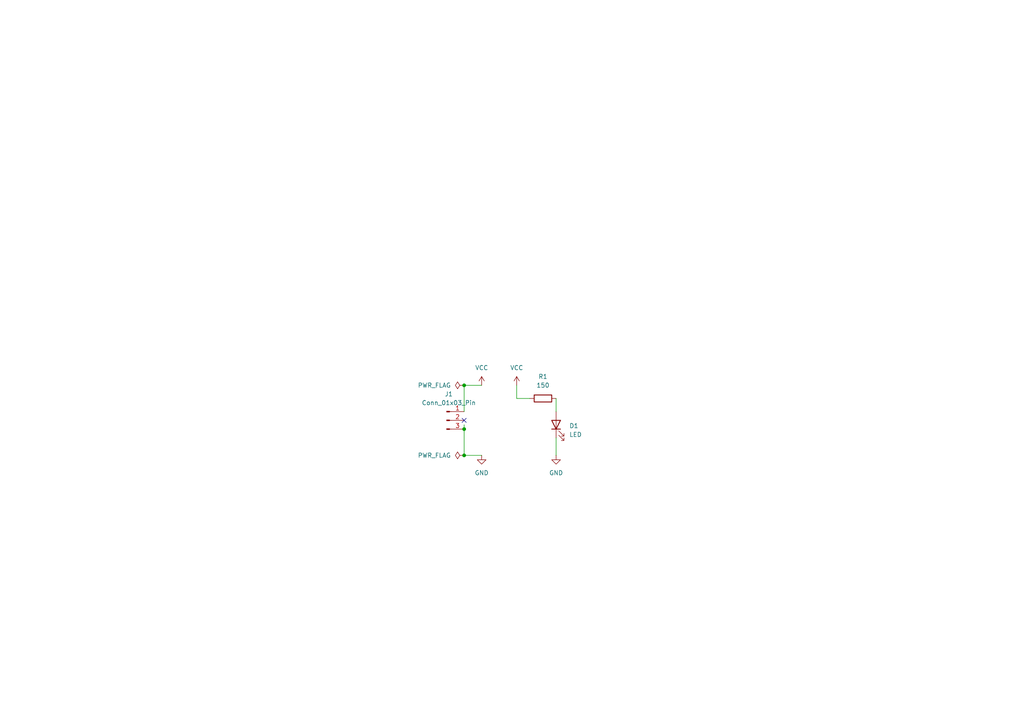
<source format=kicad_sch>
(kicad_sch (version 20231120) (generator "eeschema") (generator_version "8.0")
  (paper "A4")
  (lib_symbols
    (symbol "Connector:Conn_01x03_Pin" (pin_names (offset 1.016) hide)
      (property "Reference" "J" (at 0 5.08 0))
      (property "Value" "Conn_01x03_Pin" (at 0 -5.08 0))
      (symbol "Conn_01x03_Pin_1_1"
        (polyline (pts (xy 1.27 -2.54) (xy 0.8636 -2.54)) (stroke (width 0.1524)))
        (polyline (pts (xy 1.27 0) (xy 0.8636 0)) (stroke (width 0.1524)))
        (polyline (pts (xy 1.27 2.54) (xy 0.8636 2.54)) (stroke (width 0.1524)))
        (rectangle (start 0.8636 -2.413) (end 0 -2.667) (stroke (width 0.1524)) (fill (type outline)))
        (rectangle (start 0.8636 0.127) (end 0 -0.127) (stroke (width 0.1524)) (fill (type outline)))
        (rectangle (start 0.8636 2.667) (end 0 2.413) (stroke (width 0.1524)) (fill (type outline)))
        (pin passive line (at 5.08 2.54 180) (length 3.81) (name "Pin_1") (number "1"))
        (pin passive line (at 5.08 0 180) (length 3.81) (name "Pin_2") (number "2"))
        (pin passive line (at 5.08 -2.54 180) (length 3.81) (name "Pin_3") (number "3"))
      )
    )
    (symbol "Device:LED" (pin_numbers hide) (pin_names (offset 1.016) hide)
      (property "Reference" "D" (at 0 2.54 0))
      (property "Value" "LED" (at 0 -2.54 0))
      (symbol "LED_0_1"
        (polyline (pts (xy -1.27 -1.27) (xy -1.27 1.27)) (stroke (width 0.254)))
        (polyline (pts (xy -1.27 0) (xy 1.27 0)))
        (polyline (pts (xy 1.27 -1.27) (xy 1.27 1.27) (xy -1.27 0) (xy 1.27 -1.27)) (stroke (width 0.254)))
        (polyline (pts (xy -3.048 -0.762) (xy -4.572 -2.286) (xy -3.81 -2.286) (xy -4.572 -2.286) (xy -4.572 -1.524)))
        (polyline (pts (xy -1.778 -0.762) (xy -3.302 -2.286) (xy -2.54 -2.286) (xy -3.302 -2.286) (xy -3.302 -1.524)))
      )
      (symbol "LED_1_1"
        (pin passive line (at -3.81 0 0) (length 2.54) (name "K") (number "1"))
        (pin passive line (at 3.81 0 180) (length 2.54) (name "A") (number "2"))
      )
    )
    (symbol "Device:R" (pin_numbers hide) (pin_names (offset 0))
      (property "Reference" "R" (at 2.032 0 90))
      (property "Value" "R" (at 0 0 90))
      (symbol "R_0_1"
        (rectangle (start -1.016 -2.54) (end 1.016 2.54) (stroke (width 0.254)))
      )
      (symbol "R_1_1"
        (pin passive line (at 0 3.81 270) (length 1.27) (name "~") (number "1"))
        (pin passive line (at 0 -3.81 90) (length 1.27) (name "~") (number "2"))
      )
    )
    (symbol "power:GND" (power) (pin_numbers hide) (pin_names (offset 0) hide)
      (property "Value" "GND" (at 0 -3.81 0))
      (symbol "GND_0_1"
        (polyline (pts (xy 0 0) (xy 0 -1.27) (xy 1.27 -1.27) (xy 0 -2.54) (xy -1.27 -1.27) (xy 0 -1.27)))
      )
      (symbol "GND_1_1"
        (pin power_in line (at 0 0 270) (length 0) (name "~") (number "1"))
      )
    )
    (symbol "power:PWR_FLAG" (power) (pin_numbers hide) (pin_names (offset 0) hide)
      (property "Value" "PWR_FLAG" (at 0 3.81 0))
      (symbol "PWR_FLAG_0_0"
        (pin power_out line (at 0 0 90) (length 0) (name "~") (number "1"))
      )
      (symbol "PWR_FLAG_0_1"
        (polyline (pts (xy 0 0) (xy 0 1.27) (xy -1.016 1.905) (xy 0 2.54) (xy 1.016 1.905) (xy 0 1.27)))
      )
    )
    (symbol "power:VCC" (power) (pin_numbers hide) (pin_names (offset 0) hide)
      (property "Value" "VCC" (at 0 3.556 0))
      (symbol "VCC_0_1"
        (polyline (pts (xy -0.762 1.27) (xy 0 2.54)))
        (polyline (pts (xy 0 0) (xy 0 2.54)))
        (polyline (pts (xy 0 2.54) (xy 0.762 1.27)))
      )
      (symbol "VCC_1_1"
        (pin power_in line (at 0 0 90) (length 0) (name "~") (number "1"))
      )
    )
  )
  (junction (at 134.62 124.46))
  (junction (at 134.62 111.76))
  (junction (at 134.62 132.08))
  (no_connect (at 134.62 121.92))
  (wire (pts (xy 161.29 127) (xy 161.29 132.08)))
  (wire (pts (xy 134.62 124.46) (xy 134.62 132.08)))
  (wire (pts (xy 149.86 111.76) (xy 149.86 115.57)))
  (wire (pts (xy 134.62 123.19) (xy 134.62 124.46)))
  (wire (pts (xy 161.29 115.57) (xy 161.29 119.38)))
  (wire (pts (xy 134.62 111.76) (xy 139.7 111.76)))
  (wire (pts (xy 149.86 115.57) (xy 153.67 115.57)))
  (wire (pts (xy 134.62 111.76) (xy 134.62 119.38)))
  (wire (pts (xy 134.62 132.08) (xy 139.7 132.08)))
  (symbol (lib_id "Device:R") (at 157.48 115.57 90) (unit 1)
    (property "Reference" "R1" (at 157.48 109.22 90))
    (property "Value" "150" (at 157.48 111.76 90))
    (property "Footprint" "Resistor_THT:R_Axial_DIN0207_L6.3mm_D2.5mm_P7.62mm_Horizontal" (effects (hide yes)))
    (property "Description" "Resistor" (effects (hide yes)))
  )
  (symbol (lib_id "power:PWR_FLAG") (at 134.62 111.76 90) (unit 1)
    (property "Reference" "#FLG01" (effects (hide yes)))
    (property "Value" "PWR_FLAG" (at 130.81 111.7599 90) (effects (justify left)))
    (property "Description" "Special symbol for telling ERC where power comes from" (effects (hide yes)))
  )
  (symbol (lib_id "power:VCC") (at 139.7 111.76 0) (unit 1)
    (property "Reference" "#PWR01" (effects (hide yes)))
    (property "Value" "VCC" (at 139.7 106.68 0))
    (property "Description" "Power symbol creates a global label with name \"VCC\"" (effects (hide yes)))
  )
  (symbol (lib_id "power:GND") (at 161.29 132.08 0) (unit 1)
    (property "Reference" "#PWR04" (effects (hide yes)))
    (property "Value" "GND" (at 161.29 137.16 0))
    (property "Description" "Power symbol creates a global label with name \"GND\" , ground" (effects (hide yes)))
  )
  (symbol (lib_id "Device:LED") (at 161.29 123.19 90) (unit 1)
    (property "Reference" "D1" (at 165.1 123.5074 90) (effects (justify right)))
    (property "Value" "LED" (at 165.1 126.0474 90) (effects (justify right)))
    (property "Footprint" "LED_THT:LED_D5.0mm" (effects (hide yes)))
    (property "Description" "Light emitting diode" (effects (hide yes)))
  )
  (symbol (lib_id "power:VCC") (at 149.86 111.76 0) (unit 1)
    (property "Reference" "#PWR02" (effects (hide yes)))
    (property "Value" "VCC" (at 149.86 106.68 0))
    (property "Description" "Power symbol creates a global label with name \"VCC\"" (effects (hide yes)))
  )
  (symbol (lib_id "power:GND") (at 139.7 132.08 0) (unit 1)
    (property "Reference" "#PWR03" (effects (hide yes)))
    (property "Value" "GND" (at 139.7 137.16 0))
    (property "Description" "Power symbol creates a global label with name \"GND\" , ground" (effects (hide yes)))
  )
  (symbol (lib_id "Connector:Conn_01x03_Pin") (at 129.54 121.92 0) (unit 1)
    (property "Reference" "J1" (at 130.175 114.3 0))
    (property "Value" "Conn_01x03_Pin" (at 130.175 116.84 0))
    (property "Footprint" "Connector_PinHeader_2.54mm:PinHeader_1x03_P2.54mm_Vertical" (effects (hide yes)))
    (property "Description" "Generic connector, single row, 01x03, script generated" (effects (hide yes)))
  )
  (symbol (lib_id "power:PWR_FLAG") (at 134.62 132.08 90) (unit 1)
    (property "Reference" "#FLG02" (effects (hide yes)))
    (property "Value" "PWR_FLAG" (at 130.81 132.0799 90) (effects (justify left)))
    (property "Description" "Special symbol for telling ERC where power comes from" (effects (hide yes)))
  )
)
</source>
